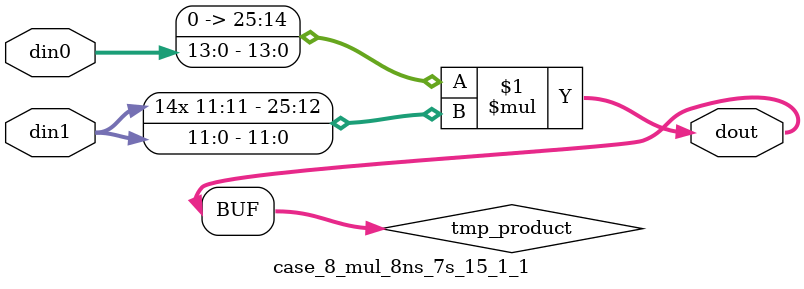
<source format=v>

`timescale 1 ns / 1 ps

 (* use_dsp = "no" *)  module case_8_mul_8ns_7s_15_1_1(din0, din1, dout);
parameter ID = 1;
parameter NUM_STAGE = 0;
parameter din0_WIDTH = 14;
parameter din1_WIDTH = 12;
parameter dout_WIDTH = 26;

input [din0_WIDTH - 1 : 0] din0; 
input [din1_WIDTH - 1 : 0] din1; 
output [dout_WIDTH - 1 : 0] dout;

wire signed [dout_WIDTH - 1 : 0] tmp_product;

























assign tmp_product = $signed({1'b0, din0}) * $signed(din1);










assign dout = tmp_product;





















endmodule

</source>
